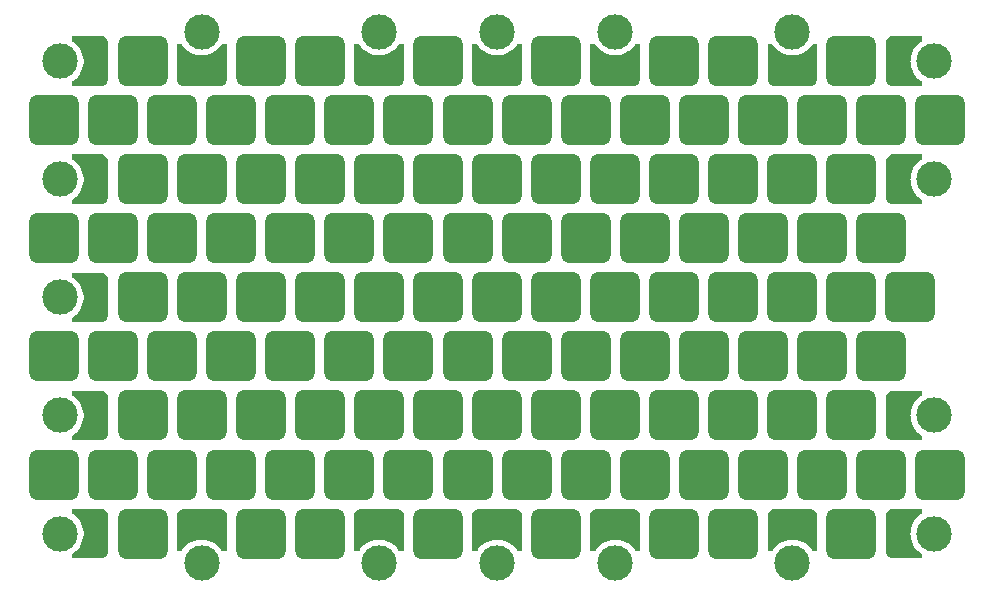
<source format=gts>
G04*
G04 #@! TF.GenerationSoftware,Altium Limited,Altium Designer,24.6.1 (21)*
G04*
G04 Layer_Color=8388736*
%FSLAX44Y44*%
%MOMM*%
G71*
G04*
G04 #@! TF.SameCoordinates,E2912B81-FF12-4EFC-B30A-82F2F3841449*
G04*
G04*
G04 #@! TF.FilePolarity,Negative*
G04*
G01*
G75*
%ADD14C,3.0000*%
G04:AMPARAMS|DCode=15|XSize=4.2mm|YSize=4.2mm|CornerRadius=0.6mm|HoleSize=0mm|Usage=FLASHONLY|Rotation=180.000|XOffset=0mm|YOffset=0mm|HoleType=Round|Shape=RoundedRectangle|*
%AMROUNDEDRECTD15*
21,1,4.2000,3.0000,0,0,180.0*
21,1,3.0000,4.2000,0,0,180.0*
1,1,1.2000,-1.5000,1.5000*
1,1,1.2000,1.5000,1.5000*
1,1,1.2000,1.5000,-1.5000*
1,1,1.2000,-1.5000,-1.5000*
%
%ADD15ROUNDEDRECTD15*%
G36*
X40250Y-429000D02*
X65000Y-429000D01*
X66193Y-429000D01*
X68399Y-429913D01*
X70086Y-431601D01*
X71000Y-433806D01*
X71000Y-435000D01*
X71000D01*
Y-450000D01*
X71000Y-465000D01*
X71000Y-466194D01*
X70086Y-468399D01*
X68399Y-470087D01*
X66193Y-471000D01*
X65000Y-471000D01*
Y-471000D01*
X40250D01*
X40250Y-467174D01*
X41336Y-466477D01*
X43363Y-464880D01*
X45167Y-463036D01*
X46719Y-460975D01*
X47993Y-458732D01*
X48967Y-456343D01*
X49626Y-453848D01*
X49958Y-451290D01*
X50000Y-450000D01*
X50000Y-450000D01*
X49958Y-448710D01*
X49626Y-446152D01*
X48967Y-443657D01*
X47993Y-441268D01*
X46719Y-439025D01*
X45167Y-436964D01*
X43363Y-435120D01*
X41336Y-433523D01*
X40250Y-432826D01*
D01*
Y-429000D01*
D02*
G37*
G36*
X40250Y-371000D02*
X65000D01*
X66193Y-371000D01*
X68399Y-370087D01*
X70087Y-368399D01*
X71000Y-366194D01*
X71000Y-365000D01*
X71000D01*
Y-350000D01*
X71000Y-335000D01*
X71000Y-333806D01*
X70087Y-331601D01*
X68399Y-329913D01*
X66193Y-329000D01*
X65000Y-329000D01*
Y-329000D01*
X40250D01*
X40250Y-332826D01*
X41336Y-333523D01*
X43363Y-335120D01*
X45167Y-336964D01*
X46719Y-339025D01*
X47993Y-341268D01*
X48968Y-343657D01*
X49626Y-346152D01*
X49958Y-348710D01*
X50000Y-350000D01*
X50000D01*
X49958Y-351290D01*
X49626Y-353848D01*
X48968Y-356343D01*
X47993Y-358732D01*
X46719Y-360975D01*
X45167Y-363036D01*
X43363Y-364880D01*
X41336Y-366477D01*
X40250Y-367174D01*
Y-367174D01*
Y-371000D01*
D02*
G37*
G36*
X135000Y-429000D02*
X133806D01*
X131601Y-429913D01*
X129913Y-431601D01*
X129000Y-433807D01*
Y-435000D01*
D01*
Y-464750D01*
X132826Y-464750D01*
X133523Y-463664D01*
X135120Y-461637D01*
X136964Y-459833D01*
X139025Y-458281D01*
X141268Y-457007D01*
X143657Y-456032D01*
X146152Y-455374D01*
X148710Y-455042D01*
X150000Y-455000D01*
D01*
Y-455000D01*
X151290Y-455042D01*
X153848Y-455374D01*
X156343Y-456032D01*
X158732Y-457007D01*
X160975Y-458281D01*
X163036Y-459833D01*
X164880Y-461637D01*
X166477Y-463664D01*
X167174Y-464750D01*
X167174Y-464750D01*
X171000D01*
Y-435000D01*
Y-433807D01*
X170086Y-431601D01*
X168399Y-429913D01*
X166194Y-429000D01*
X165000D01*
D01*
X152250D01*
D01*
X135000D01*
D02*
G37*
G36*
X285000D02*
X283806D01*
X281601Y-429913D01*
X279913Y-431601D01*
X279000Y-433807D01*
Y-435000D01*
D01*
Y-464750D01*
X282826Y-464750D01*
X283523Y-463664D01*
X285120Y-461637D01*
X286964Y-459833D01*
X289025Y-458281D01*
X291268Y-457007D01*
X293657Y-456032D01*
X296152Y-455374D01*
X298710Y-455042D01*
X300000Y-455000D01*
D01*
Y-455000D01*
X301290Y-455042D01*
X303848Y-455374D01*
X306343Y-456032D01*
X308732Y-457007D01*
X310975Y-458281D01*
X313036Y-459833D01*
X314880Y-461637D01*
X316477Y-463664D01*
X317174Y-464750D01*
X317174Y-464750D01*
X321000D01*
Y-435000D01*
Y-433807D01*
X320087Y-431601D01*
X318399Y-429913D01*
X316193Y-429000D01*
X315000D01*
D01*
X302250D01*
D01*
X285000D01*
D02*
G37*
G36*
X40250Y-271000D02*
X65000D01*
X66193Y-271000D01*
X68399Y-270087D01*
X70087Y-268399D01*
X71000Y-266194D01*
X71000Y-265000D01*
X71000D01*
Y-250000D01*
X71000Y-235000D01*
X71000Y-233806D01*
X70087Y-231601D01*
X68399Y-229913D01*
X66193Y-229000D01*
X65000Y-229000D01*
Y-229000D01*
X40250D01*
X40250Y-232826D01*
X41336Y-233523D01*
X43363Y-235119D01*
X45167Y-236964D01*
X46719Y-239025D01*
X47993Y-241268D01*
X48968Y-243657D01*
X49626Y-246152D01*
X49958Y-248710D01*
X50000Y-250000D01*
X50000D01*
X49958Y-251290D01*
X49626Y-253848D01*
X48968Y-256343D01*
X47993Y-258732D01*
X46719Y-260975D01*
X45167Y-263036D01*
X43363Y-264881D01*
X41336Y-266477D01*
X40250Y-267174D01*
Y-267174D01*
Y-271000D01*
D02*
G37*
G36*
Y-171000D02*
X65000D01*
X66193Y-171000D01*
X68399Y-170087D01*
X70087Y-168399D01*
X71000Y-166194D01*
X71000Y-165000D01*
X71000D01*
Y-150000D01*
X71000Y-135000D01*
X71000Y-133806D01*
X70087Y-131601D01*
X68399Y-129913D01*
X66193Y-129000D01*
X65000Y-129000D01*
Y-129000D01*
X40250D01*
X40250Y-132826D01*
X41336Y-133523D01*
X43363Y-135119D01*
X45167Y-136964D01*
X46719Y-139024D01*
X47993Y-141268D01*
X48968Y-143657D01*
X49626Y-146152D01*
X49958Y-148710D01*
X50000Y-150000D01*
X50000D01*
X49958Y-151290D01*
X49626Y-153848D01*
X48968Y-156343D01*
X47993Y-158732D01*
X46719Y-160975D01*
X45167Y-163036D01*
X43363Y-164881D01*
X41336Y-166477D01*
X40250Y-167174D01*
Y-167174D01*
Y-171000D01*
D02*
G37*
G36*
X40250Y-71000D02*
X65000D01*
X66193Y-71000D01*
X68399Y-70087D01*
X70087Y-68399D01*
X71000Y-66193D01*
X71000Y-65000D01*
X71000D01*
Y-50000D01*
X71000Y-35000D01*
X71000Y-33807D01*
X70087Y-31601D01*
X68399Y-29913D01*
X66193Y-29000D01*
X65000Y-29000D01*
Y-29000D01*
X40250D01*
X40250Y-32826D01*
X41336Y-33523D01*
X43363Y-35120D01*
X45167Y-36964D01*
X46719Y-39025D01*
X47993Y-41268D01*
X48967Y-43657D01*
X49626Y-46151D01*
X49958Y-48710D01*
X50000Y-50000D01*
X50000D01*
X49958Y-51290D01*
X49626Y-53849D01*
X48967Y-56343D01*
X47993Y-58732D01*
X46719Y-60975D01*
X45167Y-63036D01*
X43363Y-64880D01*
X41336Y-66477D01*
X40250Y-67174D01*
Y-67174D01*
Y-71000D01*
D02*
G37*
G36*
X129000Y-65000D02*
Y-66193D01*
X129913Y-68399D01*
X131601Y-70086D01*
X133806Y-71000D01*
X135000D01*
D01*
X165000D01*
X166194D01*
X168399Y-70086D01*
X170087Y-68399D01*
X171000Y-66193D01*
Y-65000D01*
D01*
Y-35250D01*
X167174Y-35250D01*
X166477Y-36336D01*
X164880Y-38363D01*
X163036Y-40167D01*
X160975Y-41719D01*
X158732Y-42993D01*
X156343Y-43968D01*
X153848Y-44626D01*
X151290Y-44958D01*
X150000Y-45000D01*
X150000D01*
Y-45000D01*
X148710Y-44958D01*
X146152Y-44626D01*
X143657Y-43967D01*
X141268Y-42993D01*
X139025Y-41719D01*
X136964Y-40167D01*
X135120Y-38363D01*
X133523Y-36336D01*
X132826Y-35250D01*
X132826D01*
X129000D01*
Y-65000D01*
D02*
G37*
G36*
X279000D02*
Y-66193D01*
X279913Y-68399D01*
X281601Y-70086D01*
X283806Y-71000D01*
X285000D01*
D01*
X315000D01*
X316194D01*
X318399Y-70086D01*
X320087Y-68399D01*
X321000Y-66193D01*
Y-65000D01*
D01*
Y-35250D01*
X317174Y-35250D01*
X316477Y-36336D01*
X314880Y-38363D01*
X313036Y-40167D01*
X310975Y-41719D01*
X308732Y-42993D01*
X306343Y-43968D01*
X303848Y-44626D01*
X301290Y-44958D01*
X300000Y-45000D01*
X300000D01*
Y-45000D01*
X298710Y-44958D01*
X296152Y-44626D01*
X293657Y-43967D01*
X291268Y-42993D01*
X289025Y-41719D01*
X286964Y-40167D01*
X285120Y-38363D01*
X283523Y-36336D01*
X282826Y-35250D01*
X282826D01*
X279000D01*
Y-65000D01*
D02*
G37*
G36*
X421000Y-435000D02*
Y-433807D01*
X420087Y-431601D01*
X418399Y-429913D01*
X416194Y-429000D01*
X415000D01*
D01*
X385000D01*
X383806D01*
X381601Y-429913D01*
X379913Y-431601D01*
X379000Y-433807D01*
Y-435000D01*
D01*
Y-464750D01*
X382826Y-464750D01*
X383523Y-463664D01*
X385120Y-461637D01*
X386964Y-459833D01*
X389025Y-458281D01*
X391268Y-457007D01*
X393657Y-456032D01*
X396152Y-455374D01*
X398710Y-455042D01*
X400000Y-455000D01*
X401290Y-455042D01*
X403848Y-455374D01*
X406343Y-456032D01*
X408732Y-457007D01*
X410975Y-458281D01*
X413036Y-459833D01*
X414880Y-461637D01*
X416477Y-463664D01*
X417174Y-464750D01*
X417174Y-464750D01*
X421000D01*
Y-435000D01*
D02*
G37*
G36*
X521000D02*
Y-433807D01*
X520087Y-431601D01*
X518399Y-429913D01*
X516194Y-429000D01*
X515000D01*
D01*
X485000D01*
X483806D01*
X481601Y-429913D01*
X479913Y-431601D01*
X479000Y-433807D01*
Y-435000D01*
D01*
Y-464750D01*
X482826Y-464750D01*
X483523Y-463664D01*
X485120Y-461637D01*
X486964Y-459832D01*
X489025Y-458281D01*
X491268Y-457007D01*
X493657Y-456032D01*
X496152Y-455374D01*
X498710Y-455042D01*
X500000Y-455000D01*
Y-455000D01*
Y-455000D01*
X501290Y-455042D01*
X503848Y-455374D01*
X506343Y-456032D01*
X508732Y-457007D01*
X510975Y-458281D01*
X513036Y-459833D01*
X514880Y-461637D01*
X516477Y-463664D01*
X517174Y-464750D01*
X517174Y-464750D01*
X521000D01*
Y-435000D01*
D02*
G37*
G36*
X671000D02*
Y-433807D01*
X670087Y-431601D01*
X668399Y-429913D01*
X666193Y-429000D01*
X665000D01*
D01*
X635000D01*
X633806D01*
X631601Y-429913D01*
X629913Y-431601D01*
X629000Y-433807D01*
Y-435000D01*
D01*
Y-464750D01*
X632826Y-464750D01*
X633523Y-463664D01*
X635120Y-461637D01*
X636964Y-459833D01*
X639025Y-458281D01*
X641268Y-457007D01*
X643657Y-456032D01*
X646152Y-455374D01*
X648710Y-455042D01*
X650000Y-455000D01*
Y-455000D01*
Y-455000D01*
X651290Y-455042D01*
X653848Y-455374D01*
X656343Y-456032D01*
X658732Y-457007D01*
X660975Y-458281D01*
X663036Y-459833D01*
X664880Y-461637D01*
X666477Y-463664D01*
X667174Y-464750D01*
X667174Y-464750D01*
X671000D01*
Y-435000D01*
D02*
G37*
G36*
X759750Y-429000D02*
X735000Y-429000D01*
X733807Y-429000D01*
X731601Y-429913D01*
X729913Y-431601D01*
X729000Y-433806D01*
X729000Y-435000D01*
D01*
Y-450000D01*
X729000Y-465000D01*
X729000Y-466194D01*
X729913Y-468399D01*
X731601Y-470087D01*
X733807Y-471000D01*
X735000Y-471000D01*
X735000Y-471000D01*
X759750D01*
Y-467174D01*
X758664Y-466477D01*
X756637Y-464880D01*
X754833Y-463036D01*
X753281Y-460975D01*
X752007Y-458732D01*
X751032Y-456343D01*
X750374Y-453848D01*
X750042Y-451290D01*
X750000Y-450000D01*
X750042Y-448710D01*
X750374Y-446152D01*
X751032Y-443657D01*
X752007Y-441268D01*
X753280Y-439025D01*
X754833Y-436964D01*
X756637Y-435120D01*
X758664Y-433523D01*
X759750Y-432826D01*
X759750D01*
Y-429000D01*
D02*
G37*
G36*
X759750Y-329000D02*
X735000Y-329000D01*
X733807Y-329000D01*
X731601Y-329913D01*
X729913Y-331601D01*
X729000Y-333806D01*
X729000Y-335000D01*
D01*
Y-350000D01*
X729000Y-365000D01*
X729000Y-366194D01*
X729913Y-368399D01*
X731601Y-370087D01*
X733807Y-371000D01*
X735000Y-371000D01*
X735000Y-371000D01*
X759750D01*
Y-367174D01*
X758664Y-366477D01*
X756637Y-364880D01*
X754833Y-363036D01*
X753280Y-360975D01*
X752007Y-358732D01*
X751032Y-356343D01*
X750374Y-353848D01*
X750042Y-351290D01*
X750000Y-350000D01*
X750042Y-348710D01*
X750374Y-346152D01*
X751032Y-343657D01*
X752007Y-341268D01*
X753280Y-339025D01*
X754833Y-336964D01*
X756637Y-335120D01*
X758664Y-333523D01*
X759750Y-332826D01*
X759750D01*
Y-329000D01*
D02*
G37*
G36*
X379000Y-65000D02*
Y-66193D01*
X379913Y-68399D01*
X381601Y-70086D01*
X383806Y-71000D01*
X385000D01*
D01*
X415000D01*
X416194D01*
X418399Y-70086D01*
X420087Y-68399D01*
X421000Y-66193D01*
Y-65000D01*
D01*
Y-35250D01*
X417174Y-35250D01*
X416477Y-36336D01*
X414880Y-38363D01*
X413036Y-40167D01*
X410975Y-41719D01*
X408732Y-42993D01*
X406343Y-43967D01*
X403848Y-44626D01*
X401290Y-44958D01*
X400000Y-45000D01*
X398710Y-44958D01*
X396152Y-44626D01*
X393657Y-43967D01*
X391268Y-42993D01*
X389025Y-41719D01*
X386964Y-40167D01*
X385120Y-38363D01*
X383523Y-36336D01*
X382826Y-35250D01*
X382826D01*
X379000D01*
Y-65000D01*
D02*
G37*
G36*
X515000Y-71000D02*
X516194D01*
X518399Y-70086D01*
X520087Y-68399D01*
X521000Y-66193D01*
Y-65000D01*
D01*
Y-35250D01*
X517174Y-35250D01*
X516477Y-36336D01*
X514880Y-38363D01*
X513036Y-40167D01*
X510975Y-41719D01*
X508732Y-42993D01*
X506343Y-43968D01*
X503848Y-44626D01*
X501290Y-44958D01*
X500000Y-45000D01*
X500000D01*
Y-45000D01*
X498710Y-44958D01*
X496152Y-44626D01*
X493657Y-43967D01*
X491268Y-42993D01*
X489025Y-41719D01*
X486964Y-40167D01*
X485120Y-38363D01*
X483523Y-36336D01*
X482826Y-35250D01*
X482826D01*
X479000D01*
Y-65000D01*
Y-66193D01*
X479913Y-68399D01*
X481601Y-70086D01*
X483806Y-71000D01*
X485000D01*
D01*
X497750D01*
D01*
X515000D01*
D02*
G37*
G36*
X665000D02*
X666193D01*
X668399Y-70086D01*
X670087Y-68399D01*
X671000Y-66193D01*
Y-65000D01*
D01*
Y-35250D01*
X667174Y-35250D01*
X666477Y-36336D01*
X664880Y-38363D01*
X663036Y-40167D01*
X660975Y-41719D01*
X658732Y-42993D01*
X656343Y-43968D01*
X653848Y-44626D01*
X651290Y-44958D01*
X650000Y-45000D01*
X650000D01*
Y-45000D01*
X648710Y-44958D01*
X646152Y-44626D01*
X643657Y-43967D01*
X641268Y-42993D01*
X639025Y-41719D01*
X636964Y-40167D01*
X635120Y-38363D01*
X633523Y-36336D01*
X632826Y-35250D01*
X632826D01*
X629000D01*
Y-65000D01*
Y-66193D01*
X629913Y-68399D01*
X631601Y-70086D01*
X633806Y-71000D01*
X635000D01*
D01*
X647750D01*
D01*
X665000D01*
D02*
G37*
G36*
X759750Y-129000D02*
X735000Y-129000D01*
X733807Y-129000D01*
X731601Y-129913D01*
X729913Y-131601D01*
X729000Y-133806D01*
X729000Y-135000D01*
D01*
Y-150000D01*
X729000Y-165000D01*
X729000Y-166194D01*
X729913Y-168399D01*
X731601Y-170087D01*
X733807Y-171000D01*
X735000Y-171000D01*
X735000Y-171000D01*
X759750D01*
Y-167174D01*
X758664Y-166477D01*
X756637Y-164880D01*
X754833Y-163036D01*
X753280Y-160975D01*
X752007Y-158732D01*
X751032Y-156343D01*
X750374Y-153848D01*
X750042Y-151290D01*
X750000Y-150000D01*
X750042Y-148710D01*
X750374Y-146152D01*
X751032Y-143657D01*
X752007Y-141268D01*
X753280Y-139024D01*
X754833Y-136964D01*
X756637Y-135119D01*
X758664Y-133523D01*
X759750Y-132826D01*
X759750D01*
Y-129000D01*
D02*
G37*
G36*
X759750Y-71000D02*
X735000D01*
X733807Y-71000D01*
X731601Y-70087D01*
X729913Y-68399D01*
X729000Y-66193D01*
X729000Y-65000D01*
D01*
Y-50000D01*
X729000Y-35000D01*
X729000Y-33807D01*
X729913Y-31601D01*
X731601Y-29913D01*
X733807Y-29000D01*
X735000Y-29000D01*
X735000Y-29000D01*
X759750D01*
Y-32826D01*
X758664Y-33523D01*
X756637Y-35120D01*
X754833Y-36964D01*
X753281Y-39025D01*
X752007Y-41268D01*
X751032Y-43657D01*
X750374Y-46151D01*
X750042Y-48710D01*
X750000Y-50000D01*
X750042Y-51290D01*
X750374Y-53849D01*
X751032Y-56343D01*
X752007Y-58732D01*
X753281Y-60975D01*
X754833Y-63036D01*
X756637Y-64880D01*
X758664Y-66477D01*
X759750Y-67174D01*
X759750Y-67174D01*
Y-71000D01*
D02*
G37*
D14*
X770000Y-350000D02*
D03*
Y-150000D02*
D03*
X30000Y-350000D02*
D03*
Y-250000D02*
D03*
Y-150000D02*
D03*
X30000Y-450000D02*
D03*
X650000Y-475000D02*
D03*
X150000D02*
D03*
X300000D02*
D03*
X500000D02*
D03*
X400000D02*
D03*
X770000Y-450000D02*
D03*
X30000Y-50000D02*
D03*
X400000Y-25000D02*
D03*
X300000D02*
D03*
X500000D02*
D03*
X650000D02*
D03*
X150000D02*
D03*
X770000Y-50000D02*
D03*
D15*
X100000Y-450000D02*
D03*
X200000D02*
D03*
X250000D02*
D03*
X550000D02*
D03*
X600000D02*
D03*
X700000D02*
D03*
X450000D02*
D03*
X350000D02*
D03*
X450000Y-50000D02*
D03*
X350000D02*
D03*
X775000Y-400000D02*
D03*
X725000D02*
D03*
X525000D02*
D03*
X675000D02*
D03*
X475000D02*
D03*
X425000D02*
D03*
X375000D02*
D03*
X325000D02*
D03*
X275000D02*
D03*
X225000D02*
D03*
X175000D02*
D03*
X125000D02*
D03*
X75000D02*
D03*
X25000D02*
D03*
X625000D02*
D03*
X575000D02*
D03*
X550000Y-350000D02*
D03*
X700000D02*
D03*
X500000D02*
D03*
X450000D02*
D03*
X400000D02*
D03*
X350000D02*
D03*
X300000D02*
D03*
X250000D02*
D03*
X200000D02*
D03*
X150000D02*
D03*
X100000D02*
D03*
X650000D02*
D03*
X600000D02*
D03*
X650000Y-150000D02*
D03*
X600000D02*
D03*
X625000Y-200000D02*
D03*
X575000D02*
D03*
X650000Y-250000D02*
D03*
X600000D02*
D03*
X250000Y-150000D02*
D03*
X200000D02*
D03*
X225000Y-200000D02*
D03*
X175000D02*
D03*
X250000Y-250000D02*
D03*
X200000D02*
D03*
X575000Y-300000D02*
D03*
X625000D02*
D03*
X25000D02*
D03*
X75000D02*
D03*
X125000D02*
D03*
X100000Y-250000D02*
D03*
X150000D02*
D03*
X25000Y-200000D02*
D03*
X75000D02*
D03*
X125000D02*
D03*
X100000Y-150000D02*
D03*
X150000D02*
D03*
X100000Y-50000D02*
D03*
X200000D02*
D03*
X250000D02*
D03*
X550000D02*
D03*
X600000D02*
D03*
X700000D02*
D03*
X475000Y-100000D02*
D03*
X425000D02*
D03*
X375000D02*
D03*
X325000D02*
D03*
X275000D02*
D03*
X225000D02*
D03*
X175000D02*
D03*
X125000D02*
D03*
X75000D02*
D03*
X25000D02*
D03*
X300000Y-250000D02*
D03*
X350000D02*
D03*
X400000D02*
D03*
X450000D02*
D03*
X500000D02*
D03*
X275000Y-200000D02*
D03*
X325000D02*
D03*
X375000D02*
D03*
X425000D02*
D03*
X475000D02*
D03*
X300000Y-150000D02*
D03*
X350000D02*
D03*
X400000D02*
D03*
X450000D02*
D03*
X500000D02*
D03*
X175000Y-300000D02*
D03*
X225000D02*
D03*
X275000D02*
D03*
X325000D02*
D03*
X375000D02*
D03*
X425000D02*
D03*
X475000D02*
D03*
X675000D02*
D03*
X525000D02*
D03*
X550000Y-250000D02*
D03*
X525000Y-200000D02*
D03*
X550000Y-150000D02*
D03*
X675000Y-100000D02*
D03*
X625000D02*
D03*
X575000D02*
D03*
X525000D02*
D03*
X700000Y-150000D02*
D03*
X675000Y-200000D02*
D03*
X700000Y-250000D02*
D03*
X725000Y-200000D02*
D03*
Y-100000D02*
D03*
X775000D02*
D03*
X750000Y-250000D02*
D03*
X725000Y-300000D02*
D03*
M02*

</source>
